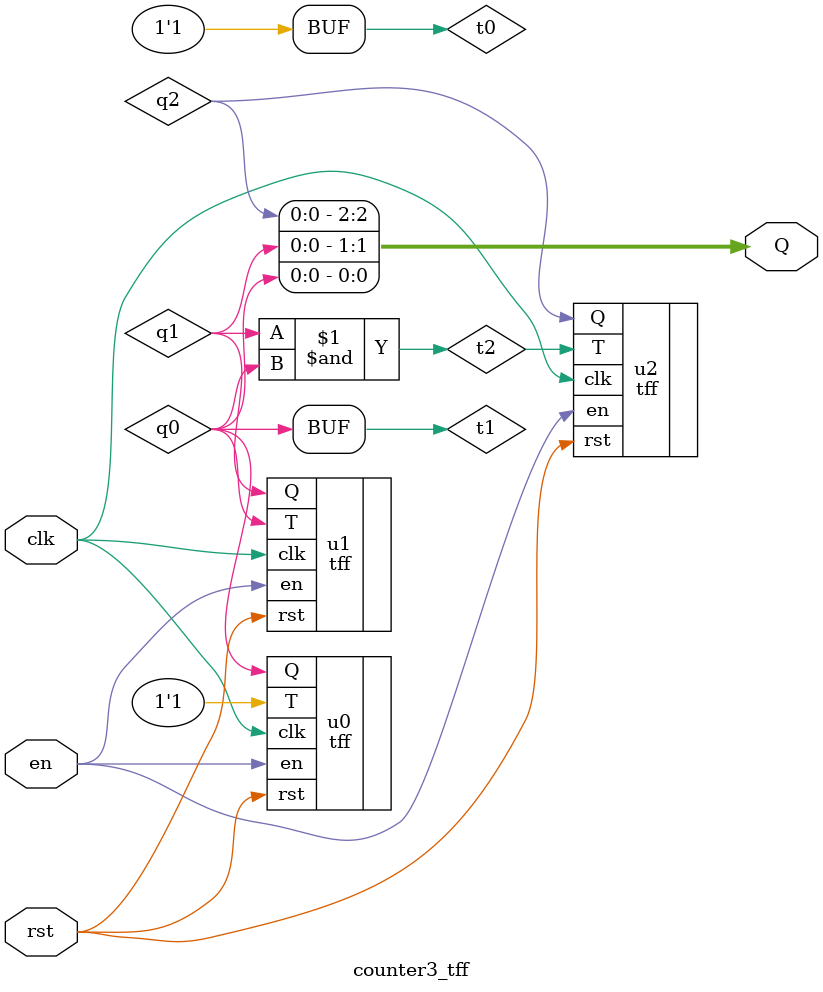
<source format=v>
`timescale 1ns / 1ps


module counter3_tff (
    input  wire clk,
    input  wire rst,   
    input  wire en,    
    output wire [2:0] Q  
);
    wire q0, q1, q2;

    wire t0 = 1'b1;          
    wire t1 = q0;            
    wire t2 = q1 & q0;       

    tff u0 (.clk(clk), .rst(rst), .en(en), .T(t0), .Q(q0));
    tff u1 (.clk(clk), .rst(rst), .en(en), .T(t1), .Q(q1));
    tff u2 (.clk(clk), .rst(rst), .en(en), .T(t2), .Q(q2));

    assign Q = {q2, q1, q0};
endmodule

</source>
